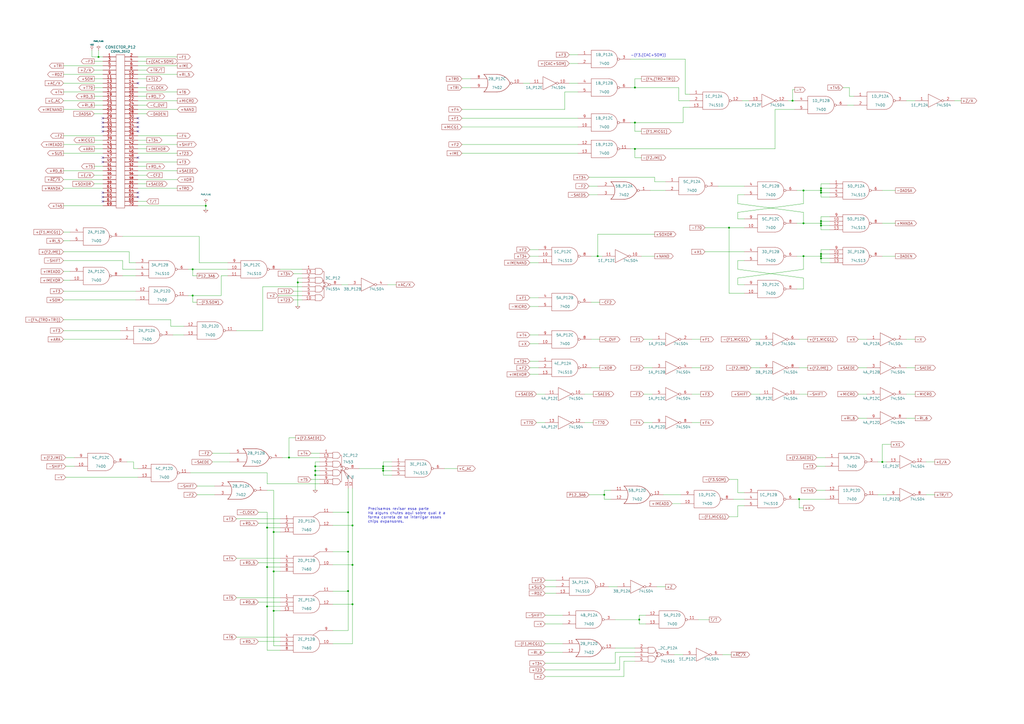
<source format=kicad_sch>
(kicad_sch (version 20250114) (generator "eeschema") (generator_version "9.0")
  (paper "A2")
  (title_block (date "2 aug 2016"))
  (text "-(F3.(CAC+SOM))" (at 365.76 33.02 0) (effects (font (size 1.524 1.524)) (justify left bottom)))
  (text "Precisamos revisar essa parte\nHá alguns chutes aqui sobre qual é a\nforma correta de se interligar esses\nchips expansores." (at 213.36 303.53 0) (effects (font (size 1.524 1.524)) (justify left bottom)))
  (junction (at 204.47 304.8))
  (junction (at 422.91 132.08))
  (junction (at 476.25 147.32))
  (junction (at 201.93 342.9))
  (junction (at 368.3 71.12))
  (junction (at 182.88 270.51))
  (junction (at 350.52 287.02))
  (junction (at 172.72 163.83))
  (junction (at 204.47 350.52))
  (junction (at 167.64 265.43))
  (junction (at 368.3 50.8))
  (junction (at 154.94 351.79))
  (junction (at 466.09 129.54))
  (junction (at 154.94 328.93))
  (junction (at 158.75 331.47))
  (junction (at 154.94 306.07))
  (junction (at 222.25 271.78))
  (junction (at 201.93 320.04))
  (junction (at 476.25 149.86))
  (junction (at 466.09 110.49))
  (junction (at 476.25 148.59))
  (junction (at 57.15 33.02))
  (junction (at 204.47 327.66))
  (junction (at 201.93 297.18))
  (junction (at 222.25 270.51))
  (junction (at 511.81 267.97))
  (junction (at 119.38 119.38))
  (junction (at 476.25 129.54))
  (junction (at 463.55 289.56))
  (junction (at 111.76 171.45))
  (junction (at 182.88 275.59))
  (junction (at 476.25 128.27))
  (junction (at 476.25 110.49))
  (junction (at 466.09 148.59))
  (junction (at 476.25 109.22))
  (junction (at 459.74 58.42))
  (junction (at 182.88 273.05))
  (junction (at 476.25 111.76))
  (junction (at 370.84 359.41))
  (junction (at 346.71 148.59))
  (junction (at 158.75 354.33))
  (junction (at 158.75 308.61))
  (junction (at 476.25 130.81))
  (junction (at 222.25 273.05))
  (junction (at 368.3 86.36))
  (junction (at 111.76 156.21))
  (no_connect (at 59.69 114.3))
  (no_connect (at 80.01 68.58))
  (no_connect (at 80.01 73.66))
  (no_connect (at 59.69 68.58))
  (no_connect (at 59.69 91.44))
  (no_connect (at 59.69 111.76))
  (no_connect (at 80.01 76.2))
  (no_connect (at 80.01 48.26))
  (no_connect (at 80.01 111.76))
  (no_connect (at 59.69 93.98))
  (no_connect (at 80.01 91.44))
  (no_connect (at 59.69 76.2))
  (no_connect (at 59.69 73.66))
  (no_connect (at 80.01 71.12))
  (no_connect (at 59.69 71.12))
  (no_connect (at 80.01 114.3))
  (no_connect (at 59.69 116.84))
  (wire (pts (xy 346.71 135.89) (xy 346.71 148.59)))
  (wire (pts (xy 353.06 340.36) (xy 358.14 340.36)))
  (wire (pts (xy 346.71 107.95) (xy 341.63 107.95)))
  (wire (pts (xy 167.64 254) (xy 167.64 265.43)))
  (wire (pts (xy 303.53 48.26) (xy 307.34 48.26)))
  (wire (pts (xy 476.25 128.27) (xy 476.25 129.54)))
  (wire (pts (xy 374.65 356.87) (xy 370.84 356.87)))
  (wire (pts (xy 422.91 299.72) (xy 427.99 299.72)))
  (wire (pts (xy 222.25 267.97) (xy 222.25 270.51)))
  (wire (pts (xy 379.73 105.41) (xy 386.08 105.41)))
  (wire (pts (xy 149.86 326.39) (xy 162.56 326.39)))
  (wire (pts (xy 459.74 58.42) (xy 459.74 52.07)))
  (wire (pts (xy 38.1 270.51) (xy 43.18 270.51)))
  (wire (pts (xy 128.27 171.45) (xy 128.27 160.02)))
  (wire (pts (xy 434.34 58.42) (xy 430.53 58.42)))
  (wire (pts (xy 102.87 38.1) (xy 80.01 38.1)))
  (wire (pts (xy 509.27 267.97) (xy 511.81 267.97)))
  (wire (pts (xy 427.99 118.11) (xy 466.09 123.19)))
  (wire (pts (xy 466.09 167.64) (xy 466.09 161.29)))
  (wire (pts (xy 316.23 388.62) (xy 359.41 388.62)))
  (wire (pts (xy 154.94 328.93) (xy 162.56 328.93)))
  (wire (pts (xy 476.25 111.76) (xy 476.25 114.3)))
  (wire (pts (xy 427.99 127) (xy 431.8 127)))
  (wire (pts (xy 408.94 146.05) (xy 431.8 146.05)))
  (wire (pts (xy 476.25 147.32) (xy 476.25 148.59)))
  (wire (pts (xy 36.83 38.1) (xy 59.69 38.1)))
  (wire (pts (xy 481.33 125.73) (xy 476.25 125.73)))
  (wire (pts (xy 114.3 281.94) (xy 124.46 281.94)))
  (wire (pts (xy 530.86 213.36) (xy 525.78 213.36)))
  (wire (pts (xy 476.25 109.22) (xy 481.33 109.22)))
  (wire (pts (xy 350.52 284.48) (xy 350.52 287.02)))
  (wire (pts (xy 152.4 166.37) (xy 152.4 191.77)))
  (wire (pts (xy 378.46 213.36) (xy 373.38 213.36)))
  (wire (pts (xy 182.88 273.05) (xy 182.88 275.59)))
  (wire (pts (xy 57.15 29.21) (xy 57.15 33.02)))
  (wire (pts (xy 114.3 160.02) (xy 111.76 160.02)))
  (wire (pts (xy 406.4 196.85) (xy 401.32 196.85)))
  (wire (pts (xy 154.94 284.48) (xy 158.75 284.48)))
  (wire (pts (xy 356.87 384.81) (xy 356.87 378.46)))
  (wire (pts (xy 488.95 50.8) (xy 492.76 50.8)))
  (wire (pts (xy 370.84 361.95) (xy 374.65 361.95)))
  (wire (pts (xy 99.06 185.42) (xy 99.06 189.23)))
  (wire (pts (xy 59.69 101.6) (xy 54.61 101.6)))
  (wire (pts (xy 370.84 359.41) (xy 370.84 361.95)))
  (wire (pts (xy 316.23 392.43) (xy 361.95 392.43)))
  (wire (pts (xy 312.42 213.36) (xy 307.34 213.36)))
  (wire (pts (xy 158.75 374.65) (xy 162.56 374.65)))
  (wire (pts (xy 511.81 267.97) (xy 514.35 267.97)))
  (wire (pts (xy 115.57 137.16) (xy 115.57 152.4)))
  (wire (pts (xy 54.61 55.88) (xy 59.69 55.88)))
  (wire (pts (xy 36.83 63.5) (xy 59.69 63.5)))
  (wire (pts (xy 491.49 60.96) (xy 495.3 60.96)))
  (wire (pts (xy 335.28 36.83) (xy 330.2 36.83)))
  (wire (pts (xy 102.87 33.02) (xy 80.01 33.02)))
  (wire (pts (xy 478.79 265.43) (xy 473.71 265.43)))
  (wire (pts (xy 312.42 217.17) (xy 307.34 217.17)))
  (wire (pts (xy 476.25 109.22) (xy 476.25 110.49)))
  (wire (pts (xy 397.51 34.29) (xy 397.51 54.61)))
  (wire (pts (xy 36.83 168.91) (xy 78.74 168.91)))
  (wire (pts (xy 204.47 373.38) (xy 193.04 373.38)))
  (wire (pts (xy 502.92 242.57) (xy 497.84 242.57)))
  (wire (pts (xy 54.61 86.36) (xy 59.69 86.36)))
  (wire (pts (xy 378.46 245.11) (xy 373.38 245.11)))
  (wire (pts (xy 350.52 287.02) (xy 350.52 289.56)))
  (wire (pts (xy 111.76 171.45) (xy 128.27 171.45)))
  (wire (pts (xy 193.04 304.8) (xy 204.47 304.8)))
  (wire (pts (xy 393.7 58.42) (xy 400.05 58.42)))
  (wire (pts (xy 36.83 58.42) (xy 59.69 58.42)))
  (wire (pts (xy 368.3 76.2) (xy 368.3 71.12)))
  (wire (pts (xy 78.74 152.4) (xy 74.93 152.4)))
  (wire (pts (xy 74.93 152.4) (xy 74.93 146.05)))
  (wire (pts (xy 133.35 267.97) (xy 123.19 267.97)))
  (wire (pts (xy 85.09 81.28) (xy 80.01 81.28)))
  (wire (pts (xy 222.25 271.78) (xy 208.28 271.78)))
  (wire (pts (xy 347.98 175.26) (xy 342.9 175.26)))
  (wire (pts (xy 476.25 148.59) (xy 466.09 148.59)))
  (wire (pts (xy 102.87 104.14) (xy 80.01 104.14)))
  (wire (pts (xy 267.97 73.66) (xy 335.28 73.66)))
  (wire (pts (xy 201.93 342.9) (xy 193.04 342.9)))
  (wire (pts (xy 85.09 45.72) (xy 80.01 45.72)))
  (wire (pts (xy 312.42 177.8) (xy 307.34 177.8)))
  (wire (pts (xy 267.97 88.9) (xy 335.28 88.9)))
  (wire (pts (xy 265.43 271.78) (xy 257.81 271.78)))
  (wire (pts (xy 36.83 48.26) (xy 59.69 48.26)))
  (wire (pts (xy 368.3 91.44) (xy 372.11 91.44)))
  (wire (pts (xy 77.47 271.78) (xy 80.01 271.78)))
  (wire (pts (xy 36.83 151.13) (xy 71.12 151.13)))
  (wire (pts (xy 102.87 93.98) (xy 80.01 93.98)))
  (wire (pts (xy 466.09 110.49) (xy 462.28 110.49)))
  (wire (pts (xy 124.46 287.02) (xy 114.3 287.02)))
  (wire (pts (xy 468.63 196.85) (xy 463.55 196.85)))
  (wire (pts (xy 372.11 76.2) (xy 368.3 76.2)))
  (wire (pts (xy 102.87 88.9) (xy 80.01 88.9)))
  (wire (pts (xy 378.46 228.6) (xy 373.38 228.6)))
  (wire (pts (xy 100.33 194.31) (xy 106.68 194.31)))
  (wire (pts (xy 85.09 55.88) (xy 80.01 55.88)))
  (wire (pts (xy 468.63 228.6) (xy 463.55 228.6)))
  (wire (pts (xy 85.09 40.64) (xy 80.01 40.64)))
  (wire (pts (xy 427.99 113.03) (xy 427.99 118.11)))
  (wire (pts (xy 516.89 257.81) (xy 511.81 257.81)))
  (wire (pts (xy 427.99 161.29) (xy 427.99 165.1)))
  (wire (pts (xy 162.56 323.85) (xy 137.16 323.85)))
  (wire (pts (xy 476.25 149.86) (xy 476.25 152.4)))
  (wire (pts (xy 481.33 149.86) (xy 476.25 149.86)))
  (wire (pts (xy 344.17 228.6) (xy 339.09 228.6)))
  (wire (pts (xy 384.81 287.02) (xy 394.97 287.02)))
  (wire (pts (xy 312.42 209.55) (xy 307.34 209.55)))
  (wire (pts (xy 427.99 299.72) (xy 427.99 293.37)))
  (wire (pts (xy 327.66 63.5) (xy 327.66 53.34)))
  (wire (pts (xy 149.86 372.11) (xy 162.56 372.11)))
  (wire (pts (xy 502.92 228.6) (xy 497.84 228.6)))
  (wire (pts (xy 154.94 306.07) (xy 154.94 328.93)))
  (wire (pts (xy 193.04 350.52) (xy 204.47 350.52)))
  (wire (pts (xy 267.97 63.5) (xy 327.66 63.5)))
  (wire (pts (xy 478.79 284.48) (xy 473.71 284.48)))
  (wire (pts (xy 158.75 308.61) (xy 158.75 331.47)))
  (wire (pts (xy 229.87 165.1) (xy 224.79 165.1)))
  (wire (pts (xy 111.76 160.02) (xy 111.76 156.21)))
  (wire (pts (xy 154.94 297.18) (xy 154.94 306.07)))
  (wire (pts (xy 326.39 378.46) (xy 316.23 378.46)))
  (wire (pts (xy 368.3 381) (xy 359.41 381)))
  (wire (pts (xy 354.33 284.48) (xy 350.52 284.48)))
  (wire (pts (xy 502.92 213.36) (xy 497.84 213.36)))
  (wire (pts (xy 476.25 129.54) (xy 466.09 129.54)))
  (wire (pts (xy 502.92 196.85) (xy 497.84 196.85)))
  (wire (pts (xy 102.87 58.42) (xy 80.01 58.42)))
  (wire (pts (xy 172.72 163.83) (xy 175.26 163.83)))
  (wire (pts (xy 316.23 245.11) (xy 311.15 245.11)))
  (wire (pts (xy 440.69 196.85) (xy 435.61 196.85)))
  (wire (pts (xy 78.74 173.99) (xy 36.83 173.99)))
  (wire (pts (xy 36.83 53.34) (xy 59.69 53.34)))
  (wire (pts (xy 36.83 109.22) (xy 59.69 109.22)))
  (wire (pts (xy 182.88 270.51) (xy 182.88 273.05)))
  (wire (pts (xy 85.09 60.96) (xy 80.01 60.96)))
  (wire (pts (xy 476.25 129.54) (xy 476.25 130.81)))
  (wire (pts (xy 431.8 151.13) (xy 427.99 151.13)))
  (wire (pts (xy 158.75 284.48) (xy 158.75 308.61)))
  (wire (pts (xy 466.09 148.59) (xy 462.28 148.59)))
  (wire (pts (xy 386.08 110.49) (xy 377.19 110.49)))
  (wire (pts (xy 478.79 270.51) (xy 473.71 270.51)))
  (wire (pts (xy 193.04 297.18) (xy 201.93 297.18)))
  (wire (pts (xy 347.98 213.36) (xy 342.9 213.36)))
  (wire (pts (xy 40.64 139.7) (xy 36.83 139.7)))
  (wire (pts (xy 102.87 53.34) (xy 80.01 53.34)))
  (wire (pts (xy 111.76 175.26) (xy 111.76 171.45)))
  (wire (pts (xy 54.61 81.28) (xy 59.69 81.28)))
  (wire (pts (xy 427.99 156.21) (xy 466.09 161.29)))
  (wire (pts (xy 466.09 118.11) (xy 427.99 123.19)))
  (wire (pts (xy 468.63 213.36) (xy 463.55 213.36)))
  (wire (pts (xy 182.88 267.97) (xy 185.42 267.97)))
  (wire (pts (xy 462.28 289.56) (xy 463.55 289.56)))
  (wire (pts (xy 481.33 111.76) (xy 476.25 111.76)))
  (wire (pts (xy 102.87 109.22) (xy 80.01 109.22)))
  (wire (pts (xy 476.25 144.78) (xy 476.25 147.32)))
  (wire (pts (xy 161.29 171.45) (xy 175.26 171.45)))
  (wire (pts (xy 36.83 146.05) (xy 74.93 146.05)))
  (wire (pts (xy 182.88 267.97) (xy 182.88 270.51)))
  (wire (pts (xy 222.25 275.59) (xy 227.33 275.59)))
  (wire (pts (xy 158.75 331.47) (xy 158.75 354.33)))
  (wire (pts (xy 222.25 270.51) (xy 222.25 271.78)))
  (wire (pts (xy 422.91 170.18) (xy 431.8 170.18)))
  (wire (pts (xy 379.73 102.87) (xy 379.73 105.41)))
  (wire (pts (xy 119.38 119.38) (xy 80.01 119.38)))
  (wire (pts (xy 476.25 147.32) (xy 481.33 147.32)))
  (wire (pts (xy 466.09 148.59) (xy 466.09 156.21)))
  (wire (pts (xy 463.55 289.56) (xy 478.79 289.56)))
  (wire (pts (xy 170.18 173.99) (xy 175.26 173.99)))
  (wire (pts (xy 185.42 262.89) (xy 180.34 262.89)))
  (wire (pts (xy 481.33 130.81) (xy 476.25 130.81)))
  (wire (pts (xy 530.86 196.85) (xy 525.78 196.85)))
  (wire (pts (xy 201.93 365.76) (xy 193.04 365.76)))
  (wire (pts (xy 36.83 83.82) (xy 59.69 83.82)))
  (wire (pts (xy 201.93 283.21) (xy 201.93 297.18)))
  (wire (pts (xy 361.95 383.54) (xy 368.3 383.54)))
  (wire (pts (xy 170.18 168.91) (xy 175.26 168.91)))
  (wire (pts (xy 411.48 359.41) (xy 405.13 359.41)))
  (wire (pts (xy 368.3 86.36) (xy 368.3 91.44)))
  (wire (pts (xy 476.25 128.27) (xy 481.33 128.27)))
  (wire (pts (xy 201.93 297.18) (xy 201.93 320.04)))
  (wire (pts (xy 431.8 113.03) (xy 427.99 113.03)))
  (wire (pts (xy 40.64 162.56) (xy 36.83 162.56)))
  (wire (pts (xy 368.3 86.36) (xy 449.58 86.36)))
  (wire (pts (xy 175.26 161.29) (xy 172.72 161.29)))
  (wire (pts (xy 36.83 78.74) (xy 59.69 78.74)))
  (wire (pts (xy 204.47 283.21) (xy 204.47 304.8)))
  (wire (pts (xy 316.23 356.87) (xy 326.39 356.87)))
  (wire (pts (xy 71.12 137.16) (xy 115.57 137.16)))
  (wire (pts (xy 204.47 304.8) (xy 204.47 327.66)))
  (wire (pts (xy 36.83 43.18) (xy 59.69 43.18)))
  (wire (pts (xy 476.25 148.59) (xy 476.25 149.86)))
  (wire (pts (xy 466.09 123.19) (xy 466.09 129.54)))
  (wire (pts (xy 466.09 129.54) (xy 462.28 129.54)))
  (wire (pts (xy 530.86 58.42) (xy 525.78 58.42)))
  (wire (pts (xy 365.76 34.29) (xy 397.51 34.29)))
  (wire (pts (xy 193.04 327.66) (xy 204.47 327.66)))
  (wire (pts (xy 201.93 320.04) (xy 201.93 342.9)))
  (wire (pts (xy 422.91 132.08) (xy 422.91 170.18)))
  (wire (pts (xy 359.41 381) (xy 359.41 388.62)))
  (wire (pts (xy 267.97 68.58) (xy 335.28 68.58)))
  (wire (pts (xy 69.85 196.85) (xy 36.83 196.85)))
  (wire (pts (xy 476.25 106.68) (xy 476.25 109.22)))
  (wire (pts (xy 201.93 342.9) (xy 201.93 365.76)))
  (wire (pts (xy 427.99 285.75) (xy 431.8 285.75)))
  (wire (pts (xy 154.94 351.79) (xy 162.56 351.79)))
  (wire (pts (xy 267.97 83.82) (xy 335.28 83.82)))
  (wire (pts (xy 57.15 33.02) (xy 59.69 33.02)))
  (wire (pts (xy 459.74 52.07) (xy 461.01 52.07)))
  (wire (pts (xy 171.45 254) (xy 167.64 254)))
  (wire (pts (xy 154.94 274.32) (xy 110.49 274.32)))
  (wire (pts (xy 172.72 161.29) (xy 172.72 163.83)))
  (wire (pts (xy 85.09 101.6) (xy 80.01 101.6)))
  (wire (pts (xy 427.99 165.1) (xy 431.8 165.1)))
  (wire (pts (xy 530.86 228.6) (xy 525.78 228.6)))
  (wire (pts (xy 481.33 106.68) (xy 476.25 106.68)))
  (wire (pts (xy 273.05 45.72) (xy 267.97 45.72)))
  (wire (pts (xy 175.26 156.21) (xy 162.56 156.21)))
  (wire (pts (xy 365.76 50.8) (xy 368.3 50.8)))
  (wire (pts (xy 356.87 378.46) (xy 368.3 378.46)))
  (wire (pts (xy 185.42 280.67) (xy 154.94 280.67)))
  (wire (pts (xy 326.39 361.95) (xy 316.23 361.95)))
  (wire (pts (xy 397.51 54.61) (xy 400.05 54.61)))
  (wire (pts (xy 440.69 213.36) (xy 435.61 213.36)))
  (wire (pts (xy 36.83 119.38) (xy 59.69 119.38)))
  (wire (pts (xy 476.25 110.49) (xy 476.25 111.76)))
  (wire (pts (xy 335.28 48.26) (xy 330.2 48.26)))
  (wire (pts (xy 481.33 144.78) (xy 476.25 144.78)))
  (wire (pts (xy 109.22 156.21) (xy 111.76 156.21)))
  (wire (pts (xy 492.76 50.8) (xy 492.76 55.88)))
  (wire (pts (xy 368.3 375.92) (xy 356.87 375.92)))
  (wire (pts (xy 322.58 336.55) (xy 316.23 336.55)))
  (wire (pts (xy 344.17 245.11) (xy 339.09 245.11)))
  (wire (pts (xy 431.8 107.95) (xy 416.56 107.95)))
  (wire (pts (xy 509.27 287.02) (xy 514.35 287.02)))
  (wire (pts (xy 372.11 148.59) (xy 379.73 148.59)))
  (wire (pts (xy 396.24 71.12) (xy 396.24 62.23)))
  (wire (pts (xy 379.73 135.89) (xy 346.71 135.89)))
  (wire (pts (xy 185.42 270.51) (xy 182.88 270.51)))
  (wire (pts (xy 316.23 373.38) (xy 326.39 373.38)))
  (wire (pts (xy 154.94 328.93) (xy 154.94 351.79)))
  (wire (pts (xy 466.09 156.21) (xy 427.99 161.29)))
  (wire (pts (xy 462.28 167.64) (xy 466.09 167.64)))
  (wire (pts (xy 222.25 271.78) (xy 222.25 273.05)))
  (wire (pts (xy 519.43 148.59) (xy 511.81 148.59)))
  (wire (pts (xy 511.81 257.81) (xy 511.81 267.97)))
  (wire (pts (xy 312.42 172.72) (xy 307.34 172.72)))
  (wire (pts (xy 54.61 60.96) (xy 59.69 60.96)))
  (wire (pts (xy 406.4 245.11) (xy 401.32 245.11)))
  (wire (pts (xy 492.76 55.88) (xy 495.3 55.88)))
  (wire (pts (xy 386.08 340.36) (xy 381 340.36)))
  (wire (pts (xy 111.76 156.21) (xy 132.08 156.21)))
  (wire (pts (xy 36.83 185.42) (xy 99.06 185.42)))
  (wire (pts (xy 370.84 356.87) (xy 370.84 359.41)))
  (wire (pts (xy 457.2 58.42) (xy 459.74 58.42)))
  (wire (pts (xy 427.99 123.19) (xy 427.99 127)))
  (wire (pts (xy 59.69 106.68) (xy 54.61 106.68)))
  (wire (pts (xy 346.71 148.59) (xy 349.25 148.59)))
  (wire (pts (xy 408.94 132.08) (xy 422.91 132.08)))
  (wire (pts (xy 396.24 379.73) (xy 391.16 379.73)))
  (wire (pts (xy 102.87 78.74) (xy 80.01 78.74)))
  (wire (pts (xy 172.72 163.83) (xy 172.72 177.8)))
  (wire (pts (xy 128.27 160.02) (xy 132.08 160.02)))
  (wire (pts (xy 476.25 130.81) (xy 476.25 133.35)))
  (wire (pts (xy 149.86 297.18) (xy 154.94 297.18)))
  (wire (pts (xy 427.99 151.13) (xy 427.99 156.21)))
  (wire (pts (xy 170.18 158.75) (xy 175.26 158.75)))
  (wire (pts (xy 158.75 308.61) (xy 162.56 308.61)))
  (wire (pts (xy 109.22 171.45) (xy 111.76 171.45)))
  (wire (pts (xy 162.56 369.57) (xy 137.16 369.57)))
  (wire (pts (xy 406.4 213.36) (xy 401.32 213.36)))
  (wire (pts (xy 312.42 152.4) (xy 307.34 152.4)))
  (wire (pts (xy 54.61 50.8) (xy 59.69 50.8)))
  (wire (pts (xy 378.46 196.85) (xy 373.38 196.85)))
  (wire (pts (xy 346.71 113.03) (xy 341.63 113.03)))
  (wire (pts (xy 158.75 354.33) (xy 158.75 374.65)))
  (wire (pts (xy 368.3 50.8) (xy 393.7 50.8)))
  (wire (pts (xy 36.83 88.9) (xy 59.69 88.9)))
  (wire (pts (xy 85.09 50.8) (xy 80.01 50.8)))
  (wire (pts (xy 115.57 152.4) (xy 132.08 152.4)))
  (wire (pts (xy 476.25 114.3) (xy 481.33 114.3)))
  (wire (pts (xy 463.55 289.56) (xy 463.55 294.64)))
  (wire (pts (xy 182.88 273.05) (xy 185.42 273.05)))
  (wire (pts (xy 316.23 228.6) (xy 311.15 228.6)))
  (wire (pts (xy 119.38 119.38) (xy 119.38 121.92)))
  (wire (pts (xy 406.4 228.6) (xy 401.32 228.6)))
  (wire (pts (xy 152.4 191.77) (xy 137.16 191.77)))
  (wire (pts (xy 102.87 99.06) (xy 80.01 99.06)))
  (wire (pts (xy 71.12 156.21) (xy 78.74 156.21)))
  (wire (pts (xy 53.34 33.02) (xy 57.15 33.02)))
  (wire (pts (xy 341.63 287.02) (xy 350.52 287.02)))
  (wire (pts (xy 361.95 392.43) (xy 361.95 383.54)))
  (wire (pts (xy 119.38 118.11) (xy 119.38 119.38)))
  (wire (pts (xy 36.83 157.48) (xy 40.64 157.48)))
  (wire (pts (xy 54.61 45.72) (xy 59.69 45.72)))
  (wire (pts (xy 102.87 83.82) (xy 80.01 83.82)))
  (wire (pts (xy 54.61 40.64) (xy 59.69 40.64)))
  (wire (pts (xy 85.09 116.84) (xy 80.01 116.84)))
  (wire (pts (xy 36.83 99.06) (xy 59.69 99.06)))
  (wire (pts (xy 99.06 189.23) (xy 106.68 189.23)))
  (wire (pts (xy 400.05 62.23) (xy 396.24 62.23)))
  (wire (pts (xy 312.42 199.39) (xy 307.34 199.39)))
  (wire (pts (xy 316.23 340.36) (xy 322.58 340.36)))
  (wire (pts (xy 542.29 287.02) (xy 537.21 287.02)))
  (wire (pts (xy 424.18 379.73) (xy 419.1 379.73)))
  (wire (pts (xy 519.43 110.49) (xy 511.81 110.49)))
  (wire (pts (xy 342.9 148.59) (xy 346.71 148.59)))
  (wire (pts (xy 422.91 132.08) (xy 431.8 132.08)))
  (wire (pts (xy 102.87 43.18) (xy 80.01 43.18)))
  (wire (pts (xy 154.94 306.07) (xy 162.56 306.07)))
  (wire (pts (xy 162.56 300.99) (xy 137.16 300.99)))
  (wire (pts (xy 350.52 289.56) (xy 354.33 289.56)))
  (wire (pts (xy 557.53 58.42) (xy 553.72 58.42)))
  (wire (pts (xy 365.76 86.36) (xy 368.3 86.36)))
  (wire (pts (xy 158.75 331.47) (xy 162.56 331.47)))
  (wire (pts (xy 154.94 377.19) (xy 162.56 377.19)))
  (wire (pts (xy 167.64 265.43) (xy 185.42 265.43)))
  (wire (pts (xy 463.55 294.64) (xy 466.09 294.64)))
  (wire (pts (xy 38.1 276.86) (xy 80.01 276.86)))
  (wire (pts (xy 77.47 267.97) (xy 77.47 271.78)))
  (wire (pts (xy 449.58 86.36) (xy 449.58 63.5)))
  (wire (pts (xy 71.12 160.02) (xy 78.74 160.02)))
  (wire (pts (xy 175.26 166.37) (xy 152.4 166.37)))
  (wire (pts (xy 102.87 63.5) (xy 80.01 63.5)))
  (wire (pts (xy 466.09 110.49) (xy 466.09 118.11)))
  (wire (pts (xy 368.3 71.12) (xy 396.24 71.12)))
  (wire (pts (xy 149.86 303.53) (xy 162.56 303.53)))
  (wire (pts (xy 530.86 242.57) (xy 525.78 242.57)))
  (wire (pts (xy 227.33 273.05) (xy 222.25 273.05)))
  (wire (pts (xy 73.66 267.97) (xy 77.47 267.97)))
  (wire (pts (xy 427.99 293.37) (xy 431.8 293.37)))
  (wire (pts (xy 449.58 63.5) (xy 461.01 63.5)))
  (wire (pts (xy 114.3 175.26) (xy 111.76 175.26)))
  (wire (pts (xy 204.47 327.66) (xy 204.47 350.52)))
  (wire (pts (xy 85.09 96.52) (xy 80.01 96.52)))
  (wire (pts (xy 36.83 104.14) (xy 59.69 104.14)))
  (wire (pts (xy 85.09 86.36) (xy 80.01 86.36)))
  (wire (pts (xy 365.76 71.12) (xy 368.3 71.12)))
  (wire (pts (xy 273.05 50.8) (xy 267.97 50.8)))
  (wire (pts (xy 71.12 151.13) (xy 71.12 156.21)))
  (wire (pts (xy 154.94 351.79) (xy 154.94 377.19)))
  (wire (pts (xy 440.69 228.6) (xy 435.61 228.6)))
  (wire (pts (xy 476.25 152.4) (xy 481.33 152.4)))
  (wire (pts (xy 327.66 53.34) (xy 335.28 53.34)))
  (wire (pts (xy 154.94 280.67) (xy 154.94 274.32)))
  (wire (pts (xy 201.93 320.04) (xy 193.04 320.04)))
  (wire (pts (xy 149.86 349.25) (xy 162.56 349.25)))
  (wire (pts (xy 185.42 275.59) (xy 182.88 275.59)))
  (wire (pts (xy 54.61 96.52) (xy 59.69 96.52)))
  (wire (pts (xy 322.58 344.17) (xy 316.23 344.17)))
  (wire (pts (xy 393.7 50.8) (xy 393.7 58.42)))
  (wire (pts (xy 222.25 273.05) (xy 222.25 275.59)))
  (wire (pts (xy 182.88 275.59) (xy 182.88 284.48)))
  (wire (pts (xy 476.25 125.73) (xy 476.25 128.27)))
  (wire (pts (xy 427.99 278.13) (xy 427.99 285.75)))
  (wire (pts (xy 312.42 148.59) (xy 307.34 148.59)))
  (wire (pts (xy 316.23 384.81) (xy 356.87 384.81)))
  (wire (pts (xy 43.18 265.43) (xy 38.1 265.43)))
  (wire (pts (xy 201.93 165.1) (xy 198.12 165.1)))
  (wire (pts (xy 36.83 134.62) (xy 40.64 134.62)))
  (wire (pts (xy 347.98 196.85) (xy 342.9 196.85)))
  (wire (pts (xy 312.42 144.78) (xy 307.34 144.78)))
  (wire (pts (xy 123.19 262.89) (xy 133.35 262.89)))
  (wire (pts (xy 85.09 66.04) (xy 80.01 66.04)))
  (wire (pts (xy 335.28 31.75) (xy 330.2 31.75)))
  (wire (pts (xy 476.25 110.49) (xy 466.09 110.49)))
  (wire (pts (xy 394.97 292.1) (xy 389.89 292.1)))
  (wire (pts (xy 459.74 58.42) (xy 461.01 58.42)))
  (wire (pts (xy 53.34 33.02) (xy 53.34 29.21)))
  (wire (pts (xy 222.25 270.51) (xy 227.33 270.51)))
  (wire (pts (xy 227.33 267.97) (xy 222.25 267.97)))
  (wire (pts (xy 312.42 194.31) (xy 307.34 194.31)))
  (wire (pts (xy 422.91 278.13) (xy 427.99 278.13)))
  (wire (pts (xy 163.83 265.43) (xy 167.64 265.43)))
  (wire (pts (xy 85.09 106.68) (xy 80.01 106.68)))
  (wire (pts (xy 180.34 278.13) (xy 185.42 278.13)))
  (wire (pts (xy 204.47 350.52) (xy 204.47 373.38)))
  (wire (pts (xy 372.11 45.72) (xy 368.3 45.72)))
  (wire (pts (xy 368.3 45.72) (xy 368.3 50.8)))
  (wire (pts (xy 36.83 191.77) (xy 69.85 191.77)))
  (wire (pts (xy 54.61 35.56) (xy 59.69 35.56)))
  (wire (pts (xy 162.56 346.71) (xy 137.16 346.71)))
  (wire (pts (xy 476.25 133.35) (xy 481.33 133.35)))
  (wire (pts (xy 519.43 129.54) (xy 511.81 129.54)))
  (wire (pts (xy 158.75 354.33) (xy 162.56 354.33)))
  (wire (pts (xy 54.61 66.04) (xy 59.69 66.04)))
  (wire (pts (xy 85.09 35.56) (xy 80.01 35.56)))
  (wire (pts (xy 341.63 102.87) (xy 379.73 102.87)))
  (wire (pts (xy 425.45 289.56) (xy 431.8 289.56)))
  (wire (pts (xy 542.29 267.97) (xy 537.21 267.97)))
  (wire (pts (xy 370.84 359.41) (xy 356.87 359.41)))
  (global_label "+SOM" (shape output) (at 54.61 45.72 180) (effects (font (size 1.524 1.524))) (property "Intersheetrefs" "${INTERSHEET_REFS}" (effects (hide yes))))
  (global_label "+F3" (shape input) (at 36.83 191.77 180) (effects (font (size 1.524 1.524))) (property "Intersheetrefs" "${INTERSHEET_REFS}" (effects (hide yes))))
  (global_label "+SHIFT" (shape output) (at 102.87 83.82 0) (effects (font (size 1.524 1.524))) (property "Intersheetrefs" "${INTERSHEET_REFS}" (effects (hide yes))))
  (global_label "+T3" (shape input) (at 137.16 300.99 180) (effects (font (size 1.524 1.524))) (property "Intersheetrefs" "${INTERSHEET_REFS}" (effects (hide yes))))
  (global_label "+NAND" (shape input) (at 102.87 63.5 0) (effects (font (size 1.524 1.524))) (property "Intersheetrefs" "${INTERSHEET_REFS}" (effects (hide yes))))
  (global_label "+TRO" (shape output) (at 102.87 109.22 0) (effects (font (size 1.524 1.524))) (property "Intersheetrefs" "${INTERSHEET_REFS}" (effects (hide yes))))
  (global_label "-CF2" (shape input) (at 85.09 101.6 0) (effects (font (size 1.524 1.524))) (property "Intersheetrefs" "${INTERSHEET_REFS}" (effects (hide yes))))
  (global_label "+T45" (shape input) (at 473.71 284.48 180) (effects (font (size 1.524 1.524))) (property "Intersheetrefs" "${INTERSHEET_REFS}" (effects (hide yes))))
  (global_label "-(F3.SOM)" (shape output) (at 114.3 175.26 0) (effects (font (size 1.524 1.524))) (property "Intersheetrefs" "${INTERSHEET_REFS}" (effects (hide yes))))
  (global_label "-(F1.MICG1)" (shape input) (at 316.23 373.38 180) (effects (font (size 1.524 1.524))) (property "Intersheetrefs" "${INTERSHEET_REFS}" (effects (hide yes))))
  (global_label "-T70" (shape input) (at 408.94 132.08 180) (effects (font (size 1.524 1.524))) (property "Intersheetrefs" "${INTERSHEET_REFS}" (effects (hide yes))))
  (global_label "+RD_7" (shape output) (at 85.09 55.88 0) (effects (font (size 1.524 1.524))) (property "Intersheetrefs" "${INTERSHEET_REFS}" (effects (hide yes))))
  (global_label "+F1" (shape input) (at 307.34 172.72 180) (effects (font (size 1.524 1.524))) (property "Intersheetrefs" "${INTERSHEET_REFS}" (effects (hide yes))))
  (global_label "-(F1.MICG1)" (shape output) (at 372.11 76.2 0) (effects (font (size 1.524 1.524))) (property "Intersheetrefs" "${INTERSHEET_REFS}" (effects (hide yes))))
  (global_label "+(F2.IME)" (shape input) (at 36.83 146.05 180) (effects (font (size 1.524 1.524))) (property "Intersheetrefs" "${INTERSHEET_REFS}" (effects (hide yes))))
  (global_label "+IMEXOR" (shape input) (at 36.83 162.56 180) (effects (font (size 1.524 1.524))) (property "Intersheetrefs" "${INTERSHEET_REFS}" (effects (hide yes))))
  (global_label "+RI_5" (shape input) (at 36.83 139.7 180) (effects (font (size 1.524 1.524))) (property "Intersheetrefs" "${INTERSHEET_REFS}" (effects (hide yes))))
  (global_label "+T70" (shape input) (at 311.15 245.11 180) (effects (font (size 1.524 1.524))) (property "Intersheetrefs" "${INTERSHEET_REFS}" (effects (hide yes))))
  (global_label "+X1" (shape input) (at 408.94 146.05 180) (effects (font (size 1.524 1.524))) (property "Intersheetrefs" "${INTERSHEET_REFS}" (effects (hide yes))))
  (global_label "-(F1.MICG1)" (shape input) (at 422.91 299.72 180) (effects (font (size 1.524 1.524))) (property "Intersheetrefs" "${INTERSHEET_REFS}" (effects (hide yes))))
  (global_label "+RI_6" (shape input) (at 497.84 242.57 180) (effects (font (size 1.524 1.524))) (property "Intersheetrefs" "${INTERSHEET_REFS}" (effects (hide yes))))
  (global_label "-DADSA" (shape output) (at 519.43 110.49 0) (effects (font (size 1.524 1.524))) (property "Intersheetrefs" "${INTERSHEET_REFS}" (effects (hide yes))))
  (global_label "-CLOCK" (shape input) (at 149.86 297.18 180) (effects (font (size 1.524 1.524))) (property "Intersheetrefs" "${INTERSHEET_REFS}" (effects (hide yes))))
  (global_label "+(CAC+SOM)" (shape output) (at 85.09 35.56 0) (effects (font (size 1.524 1.524))) (property "Intersheetrefs" "${INTERSHEET_REFS}" (effects (hide yes))))
  (global_label "+IMENAND" (shape input) (at 307.34 152.4 180) (effects (font (size 1.524 1.524))) (property "Intersheetrefs" "${INTERSHEET_REFS}" (effects (hide yes))))
  (global_label "+T34" (shape input) (at 170.18 158.75 180) (effects (font (size 1.524 1.524))) (property "Intersheetrefs" "${INTERSHEET_REFS}" (effects (hide yes))))
  (global_label "-SHIFT" (shape input) (at 38.1 270.51 180) (effects (font (size 1.524 1.524))) (property "Intersheetrefs" "${INTERSHEET_REFS}" (effects (hide yes))))
  (global_label "+Z" (shape input) (at 316.23 392.43 180) (effects (font (size 1.524 1.524))) (property "Intersheetrefs" "${INTERSHEET_REFS}" (effects (hide yes))))
  (global_label "+Z/A" (shape output) (at 557.53 58.42 0) (effects (font (size 1.524 1.524))) (property "Intersheetrefs" "${INTERSHEET_REFS}" (effects (hide yes))))
  (global_label "+F1" (shape output) (at 406.4 196.85 0) (effects (font (size 1.524 1.524))) (property "Intersheetrefs" "${INTERSHEET_REFS}" (effects (hide yes))))
  (global_label "+F2" (shape input) (at 307.34 144.78 180) (effects (font (size 1.524 1.524))) (property "Intersheetrefs" "${INTERSHEET_REFS}" (effects (hide yes))))
  (global_label "-RDZ" (shape input) (at 316.23 344.17 180) (effects (font (size 1.524 1.524))) (property "Intersheetrefs" "${INTERSHEET_REFS}" (effects (hide yes))))
  (global_label "+SUS" (shape output) (at 36.83 88.9 180) (effects (font (size 1.524 1.524))) (property "Intersheetrefs" "${INTERSHEET_REFS}" (effects (hide yes))))
  (global_label "+T34" (shape input) (at 307.34 148.59 180) (effects (font (size 1.524 1.524))) (property "Intersheetrefs" "${INTERSHEET_REFS}" (effects (hide yes))))
  (global_label "-(F1.MICG1)" (shape input) (at 435.61 196.85 180) (effects (font (size 1.524 1.524))) (property "Intersheetrefs" "${INTERSHEET_REFS}" (effects (hide yes))))
  (global_label "-SAEDE" (shape output) (at 530.86 213.36 0) (effects (font (size 1.524 1.524))) (property "Intersheetrefs" "${INTERSHEET_REFS}" (effects (hide yes))))
  (global_label "+TRO" (shape input) (at 267.97 45.72 180) (effects (font (size 1.524 1.524))) (property "Intersheetrefs" "${INTERSHEET_REFS}" (effects (hide yes))))
  (global_label "+T23" (shape input) (at 170.18 173.99 180) (effects (font (size 1.524 1.524))) (property "Intersheetrefs" "${INTERSHEET_REFS}" (effects (hide yes))))
  (global_label "+T34" (shape input) (at 316.23 384.81 180) (effects (font (size 1.524 1.524))) (property "Intersheetrefs" "${INTERSHEET_REFS}" (effects (hide yes))))
  (global_label "+E/A" (shape input) (at 54.61 101.6 180) (effects (font (size 1.524 1.524))) (property "Intersheetrefs" "${INTERSHEET_REFS}" (effects (hide yes))))
  (global_label "+SUS" (shape input) (at 316.23 340.36 180) (effects (font (size 1.524 1.524))) (property "Intersheetrefs" "${INTERSHEET_REFS}" (effects (hide yes))))
  (global_label "-Y" (shape output) (at 461.01 52.07 0) (effects (font (size 1.524 1.524))) (property "Intersheetrefs" "${INTERSHEET_REFS}" (effects (hide yes))))
  (global_label "+T12" (shape output) (at 85.09 45.72 0) (effects (font (size 1.524 1.524))) (property "Intersheetrefs" "${INTERSHEET_REFS}" (effects (hide yes))))
  (global_label "+IMEADD" (shape input) (at 36.83 157.48 180) (effects (font (size 1.524 1.524))) (property "Intersheetrefs" "${INTERSHEET_REFS}" (effects (hide yes))))
  (global_label "+T34" (shape input) (at 307.34 209.55 180) (effects (font (size 1.524 1.524))) (property "Intersheetrefs" "${INTERSHEET_REFS}" (effects (hide yes))))
  (global_label "+IME" (shape input) (at 267.97 88.9 180) (effects (font (size 1.524 1.524))) (property "Intersheetrefs" "${INTERSHEET_REFS}" (effects (hide yes))))
  (global_label "+SAEDS" (shape output) (at 85.09 106.68 0) (effects (font (size 1.524 1.524))) (property "Intersheetrefs" "${INTERSHEET_REFS}" (effects (hide yes))))
  (global_label "+SOXOR" (shape output) (at 379.73 135.89 0) (effects (font (size 1.524 1.524))) (property "Intersheetrefs" "${INTERSHEET_REFS}" (effects (hide yes))))
  (global_label "+TRI" (shape output) (at 36.83 38.1 180) (effects (font (size 1.524 1.524))) (property "Intersheetrefs" "${INTERSHEET_REFS}" (effects (hide yes))))
  (global_label "+SAEDS" (shape input) (at 311.15 228.6 180) (effects (font (size 1.524 1.524))) (property "Intersheetrefs" "${INTERSHEET_REFS}" (effects (hide yes))))
  (global_label "+T4" (shape input) (at 137.16 323.85 180) (effects (font (size 1.524 1.524))) (property "Intersheetrefs" "${INTERSHEET_REFS}" (effects (hide yes))))
  (global_label "-XOR" (shape input) (at 102.87 104.14 0) (effects (font (size 1.524 1.524))) (property "Intersheetrefs" "${INTERSHEET_REFS}" (effects (hide yes))))
  (global_label "-(F4.(TRO+TRI))" (shape input) (at 36.83 185.42 180) (effects (font (size 1.524 1.524))) (property "Intersheetrefs" "${INTERSHEET_REFS}" (effects (hide yes))))
  (global_label "+Z" (shape input) (at 161.29 171.45 180) (effects (font (size 1.524 1.524))) (property "Intersheetrefs" "${INTERSHEET_REFS}" (effects (hide yes))))
  (global_label "+C_AC" (shape input) (at 36.83 58.42 180) (effects (font (size 1.524 1.524))) (property "Intersheetrefs" "${INTERSHEET_REFS}" (effects (hide yes))))
  (global_label "-T70" (shape output) (at 344.17 245.11 0) (effects (font (size 1.524 1.524))) (property "Intersheetrefs" "${INTERSHEET_REFS}" (effects (hide yes))))
  (global_label "-(F3.SOM)" (shape input) (at 422.91 278.13 180) (effects (font (size 1.524 1.524))) (property "Intersheetrefs" "${INTERSHEET_REFS}" (effects (hide yes))))
  (global_label "+IMEXOR" (shape input) (at 307.34 217.17 180) (effects (font (size 1.524 1.524))) (property "Intersheetrefs" "${INTERSHEET_REFS}" (effects (hide yes))))
  (global_label "+T34" (shape output) (at 85.09 81.28 0) (effects (font (size 1.524 1.524))) (property "Intersheetrefs" "${INTERSHEET_REFS}" (effects (hide yes))))
  (global_label "-SHIFT" (shape input) (at 114.3 281.94 180) (effects (font (size 1.524 1.524))) (property "Intersheetrefs" "${INTERSHEET_REFS}" (effects (hide yes))))
  (global_label "+IMEADD" (shape output) (at 36.83 83.82 180) (effects (font (size 1.524 1.524))) (property "Intersheetrefs" "${INTERSHEET_REFS}" (effects (hide yes))))
  (global_label "+~{AC/X}" (shape input) (at 36.83 104.14 180) (effects (font (size 1.524 1.524))) (property "Intersheetrefs" "${INTERSHEET_REFS}" (effects (hide yes))))
  (global_label "+F3" (shape output) (at 406.4 228.6 0) (effects (font (size 1.524 1.524))) (property "Intersheetrefs" "${INTERSHEET_REFS}" (effects (hide yes))))
  (global_label "+RI_5" (shape output) (at 102.87 43.18 0) (effects (font (size 1.524 1.524))) (property "Intersheetrefs" "${INTERSHEET_REFS}" (effects (hide yes))))
  (global_label "+AC/X" (shape input) (at 36.83 48.26 180) (effects (font (size 1.524 1.524))) (property "Intersheetrefs" "${INTERSHEET_REFS}" (effects (hide yes))))
  (global_label "-RI_6" (shape output) (at 530.86 242.57 0) (effects (font (size 1.524 1.524))) (property "Intersheetrefs" "${INTERSHEET_REFS}" (effects (hide yes))))
  (global_label "-SAEDS" (shape input) (at 341.63 113.03 180) (effects (font (size 1.524 1.524))) (property "Intersheetrefs" "${INTERSHEET_REFS}" (effects (hide yes))))
  (global_label "+~{AC/X}" (shape output) (at 424.18 379.73 0) (effects (font (size 1.524 1.524))) (property "Intersheetrefs" "${INTERSHEET_REFS}" (effects (hide yes))))
  (global_label "+F3" (shape input) (at 36.83 168.91 180) (effects (font (size 1.524 1.524))) (property "Intersheetrefs" "${INTERSHEET_REFS}" (effects (hide yes))))
  (global_label "+IMEXOR" (shape output) (at 85.09 86.36 0) (effects (font (size 1.524 1.524))) (property "Intersheetrefs" "${INTERSHEET_REFS}" (effects (hide yes))))
  (global_label "+F2" (shape output) (at 406.4 213.36 0) (effects (font (size 1.524 1.524))) (property "Intersheetrefs" "${INTERSHEET_REFS}" (effects (hide yes))))
  (global_label "-SHIFT" (shape input) (at 36.83 151.13 180) (effects (font (size 1.524 1.524))) (property "Intersheetrefs" "${INTERSHEET_REFS}" (effects (hide yes))))
  (global_label "+SAEDE" (shape input) (at 497.84 213.36 180) (effects (font (size 1.524 1.524))) (property "Intersheetrefs" "${INTERSHEET_REFS}" (effects (hide yes))))
  (global_label "-XOR" (shape output) (at 347.98 213.36 0) (effects (font (size 1.524 1.524))) (property "Intersheetrefs" "${INTERSHEET_REFS}" (effects (hide yes))))
  (global_label "+X" (shape input) (at 497.84 196.85 180) (effects (font (size 1.524 1.524))) (property "Intersheetrefs" "${INTERSHEET_REFS}" (effects (hide yes))))
  (global_label "-F1" (shape input) (at 373.38 196.85 180) (effects (font (size 1.524 1.524))) (property "Intersheetrefs" "${INTERSHEET_REFS}" (effects (hide yes))))
  (global_label "+SOXOR" (shape input) (at 54.61 106.68 180) (effects (font (size 1.524 1.524))) (property "Intersheetrefs" "${INTERSHEET_REFS}" (effects (hide yes))))
  (global_label "-F4" (shape input) (at 373.38 245.11 180) (effects (font (size 1.524 1.524))) (property "Intersheetrefs" "${INTERSHEET_REFS}" (effects (hide yes))))
  (global_label "-F2" (shape input) (at 123.19 262.89 180) (effects (font (size 1.524 1.524))) (property "Intersheetrefs" "${INTERSHEET_REFS}" (effects (hide yes))))
  (global_label "+RD_5" (shape output) (at 54.61 55.88 180) (effects (font (size 1.524 1.524))) (property "Intersheetrefs" "${INTERSHEET_REFS}" (effects (hide yes))))
  (global_label "+IMEADD" (shape input) (at 389.89 292.1 180) (effects (font (size 1.524 1.524))) (property "Intersheetrefs" "${INTERSHEET_REFS}" (effects (hide yes))))
  (global_label "+(F2.SAEDE)" (shape output) (at 171.45 254 0) (effects (font (size 1.524 1.524))) (property "Intersheetrefs" "${INTERSHEET_REFS}" (effects (hide yes))))
  (global_label "-X" (shape output) (at 530.86 196.85 0) (effects (font (size 1.524 1.524))) (property "Intersheetrefs" "${INTERSHEET_REFS}" (effects (hide yes))))
  (global_label "-CLOCK" (shape output) (at 85.09 50.8 0) (effects (font (size 1.524 1.524))) (property "Intersheetrefs" "${INTERSHEET_REFS}" (effects (hide yes))))
  (global_label "+(CAC+SOM)" (shape input) (at 330.2 36.83 180) (effects (font (size 1.524 1.524))) (property "Intersheetrefs" "${INTERSHEET_REFS}" (effects (hide yes))))
  (global_label "+T6" (shape output) (at 102.87 53.34 0) (effects (font (size 1.524 1.524))) (property "Intersheetrefs" "${INTERSHEET_REFS}" (effects (hide yes))))
  (global_label "-SAEDE" (shape input) (at 123.19 267.97 180) (effects (font (size 1.524 1.524))) (property "Intersheetrefs" "${INTERSHEET_REFS}" (effects (hide yes))))
  (global_label "+SAEDE" (shape output) (at 102.87 99.06 0) (effects (font (size 1.524 1.524))) (property "Intersheetrefs" "${INTERSHEET_REFS}" (effects (hide yes))))
  (global_label "+RI_6" (shape output) (at 54.61 60.96 180) (effects (font (size 1.524 1.524))) (property "Intersheetrefs" "${INTERSHEET_REFS}" (effects (hide yes))))
  (global_label "+SHIFT" (shape input) (at 435.61 228.6 180) (effects (font (size 1.524 1.524))) (property "Intersheetrefs" "${INTERSHEET_REFS}" (effects (hide yes))))
  (global_label "-(F2.IME)" (shape input) (at 435.61 213.36 180) (effects (font (size 1.524 1.524))) (property "Intersheetrefs" "${INTERSHEET_REFS}" (effects (hide yes))))
  (global_label "-RI_6" (shape input) (at 316.23 378.46 180) (effects (font (size 1.524 1.524))) (property "Intersheetrefs" "${INTERSHEET_REFS}" (effects (hide yes))))
  (global_label "+E/A" (shape output) (at 542.29 267.97 0) (effects (font (size 1.524 1.524))) (property "Intersheetrefs" "${INTERSHEET_REFS}" (effects (hide yes))))
  (global_label "+NAND" (shape output) (at 379.73 148.59 0) (effects (font (size 1.524 1.524))) (property "Intersheetrefs" "${INTERSHEET_REFS}" (effects (hide yes))))
  (global_label "+MICG1" (shape input) (at 267.97 73.66 180) (effects (font (size 1.524 1.524))) (property "Intersheetrefs" "${INTERSHEET_REFS}" (effects (hide yes))))
  (global_label "+T5" (shape output) (at 54.61 96.52 180) (effects (font (size 1.524 1.524))) (property "Intersheetrefs" "${INTERSHEET_REFS}" (effects (hide yes))))
  (global_label "-DADEN" (shape input) (at 85.09 66.04 0) (effects (font (size 1.524 1.524))) (property "Intersheetrefs" "${INTERSHEET_REFS}" (effects (hide yes))))
  (global_label "+RD_6" (shape input) (at 149.86 349.25 180) (effects (font (size 1.524 1.524))) (property "Intersheetrefs" "${INTERSHEET_REFS}" (effects (hide yes))))
  (global_label "+F4" (shape output) (at 406.4 245.11 0) (effects (font (size 1.524 1.524))) (property "Intersheetrefs" "${INTERSHEET_REFS}" (effects (hide yes))))
  (global_label "+T4" (shape input) (at 307.34 194.31 180) (effects (font (size 1.524 1.524))) (property "Intersheetrefs" "${INTERSHEET_REFS}" (effects (hide yes))))
  (global_label "+T4" (shape input) (at 180.34 262.89 180) (effects (font (size 1.524 1.524))) (property "Intersheetrefs" "${INTERSHEET_REFS}" (effects (hide yes))))
  (global_label "-F2" (shape output) (at 36.83 78.74 180) (effects (font (size 1.524 1.524))) (property "Intersheetrefs" "${INTERSHEET_REFS}" (effects (hide yes))))
  (global_label "+X1" (shape output) (at 516.89 257.81 0) (effects (font (size 1.524 1.524))) (property "Intersheetrefs" "${INTERSHEET_REFS}" (effects (hide yes))))
  (global_label "+IMENAND" (shape output) (at 36.83 63.5 180) (effects (font (size 1.524 1.524))) (property "Intersheetrefs" "${INTERSHEET_REFS}" (effects (hide yes))))
  (global_label "-(F2.IME)" (shape output) (at 372.11 91.44 0) (effects (font (size 1.524 1.524))) (property "Intersheetrefs" "${INTERSHEET_REFS}" (effects (hide yes))))
  (global_label "+T4" (shape output) (at 36.83 53.34 180) (effects (font (size 1.524 1.524))) (property "Intersheetrefs" "${INTERSHEET_REFS}" (effects (hide yes))))
  (global_label "+T5" (shape input) (at 180.34 278.13 180) (effects (font (size 1.524 1.524))) (property "Intersheetrefs" "${INTERSHEET_REFS}" (effects (hide yes))))
  (global_label "+TR/T" (shape output) (at 542.29 287.02 0) (effects (font (size 1.524 1.524))) (property "Intersheetrefs" "${INTERSHEET_REFS}" (effects (hide yes))))
  (global_label "+X" (shape input) (at 307.34 199.39 180) (effects (font (size 1.524 1.524))) (property "Intersheetrefs" "${INTERSHEET_REFS}" (effects (hide yes))))
  (global_label "-Y" (shape input) (at 38.1 276.86 180) (effects (font (size 1.524 1.524))) (property "Intersheetrefs" "${INTERSHEET_REFS}" (effects (hide yes))))
  (global_label "+F3" (shape input) (at 330.2 31.75 180) (effects (font (size 1.524 1.524))) (property "Intersheetrefs" "${INTERSHEET_REFS}" (effects (hide yes))))
  (global_label "-DADEN" (shape output) (at 519.43 148.59 0) (effects (font (size 1.524 1.524))) (property "Intersheetrefs" "${INTERSHEET_REFS}" (effects (hide yes))))
  (global_label "+RD_4" (shape output) (at 85.09 96.52 0) (effects (font (size 1.524 1.524))) (property "Intersheetrefs" "${INTERSHEET_REFS}" (effects (hide yes))))
  (global_label "+T23" (shape input) (at 316.23 388.62 180) (effects (font (size 1.524 1.524))) (property "Intersheetrefs" "${INTERSHEET_REFS}" (effects (hide yes))))
  (global_label "+(F2.SAEDE)" (shape input) (at 473.71 265.43 180) (effects (font (size 1.524 1.524))) (property "Intersheetrefs" "${INTERSHEET_REFS}" (effects (hide yes))))
  (global_label "+ARA" (shape input) (at 36.83 196.85 180) (effects (font (size 1.524 1.524))) (property "Intersheetrefs" "${INTERSHEET_REFS}" (effects (hide yes))))
  (global_label "-MICRO" (shape input) (at 307.34 177.8 180) (effects (font (size 1.524 1.524))) (property "Intersheetrefs" "${INTERSHEET_REFS}" (effects (hide yes))))
  (global_label "+RD_5" (shape input) (at 149.86 326.39 180) (effects (font (size 1.524 1.524))) (property "Intersheetrefs" "${INTERSHEET_REFS}" (effects (hide yes))))
  (global_label "P12_3A6" (shape output) (at 114.3 160.02 0) (effects (font (size 1.524 1.524))) (property "Intersheetrefs" "${INTERSHEET_REFS}" (effects (hide yes))))
  (global_label "+T45" (shape output) (at 36.83 119.38 180) (effects (font (size 1.524 1.524))) (property "Intersheetrefs" "${INTERSHEET_REFS}" (effects (hide yes))))
  (global_label "+(F1.MICG1)" (shape output) (at 468.63 196.85 0) (effects (font (size 1.524 1.524))) (property "Intersheetrefs" "${INTERSHEET_REFS}" (effects (hide yes))))
  (global_label "-SHIFT" (shape output) (at 468.63 228.6 0) (effects (font (size 1.524 1.524))) (property "Intersheetrefs" "${INTERSHEET_REFS}" (effects (hide yes))))
  (global_label "+C_AC" (shape output) (at 265.43 271.78 0) (effects (font (size 1.524 1.524))) (property "Intersheetrefs" "${INTERSHEET_REFS}" (effects (hide yes))))
  (global_label "-F2" (shape input) (at 114.3 287.02 180) (effects (font (size 1.524 1.524))) (property "Intersheetrefs" "${INTERSHEET_REFS}" (effects (hide yes))))
  (global_label "-F1" (shape output) (at 102.87 33.02 0) (effects (font (size 1.524 1.524))) (property "Intersheetrefs" "${INTERSHEET_REFS}" (effects (hide yes))))
  (global_label "+MANDA" (shape input) (at 36.83 109.22 180) (effects (font (size 1.524 1.524))) (property "Intersheetrefs" "${INTERSHEET_REFS}" (effects (hide yes))))
  (global_label "-F4" (shape output) (at 102.87 78.74 0) (effects (font (size 1.524 1.524))) (property "Intersheetrefs" "${INTERSHEET_REFS}" (effects (hide yes))))
  (global_label "+F4" (shape input) (at 267.97 63.5 180) (effects (font (size 1.524 1.524))) (property "Intersheetrefs" "${INTERSHEET_REFS}" (effects (hide yes))))
  (global_label "+RD_4" (shape input) (at 149.86 303.53 180) (effects (font (size 1.524 1.524))) (property "Intersheetrefs" "${INTERSHEET_REFS}" (effects (hide yes))))
  (global_label "-F3" (shape input) (at 373.38 228.6 180) (effects (font (size 1.524 1.524))) (property "Intersheetrefs" "${INTERSHEET_REFS}" (effects (hide yes))))
  (global_label "-C_OVF" (shape output) (at 347.98 196.85 0) (effects (font (size 1.524 1.524))) (property "Intersheetrefs" "${INTERSHEET_REFS}" (effects (hide yes))))
  (global_label "T/T" (shape input) (at 85.09 116.84 0) (effects (font (size 1.524 1.524))) (property "Intersheetrefs" "${INTERSHEET_REFS}" (effects (hide yes))))
  (global_label "+T23" (shape output) (at 102.87 88.9 0) (effects (font (size 1.524 1.524))) (property "Intersheetrefs" "${INTERSHEET_REFS}" (effects (hide yes))))
  (global_label "+(F2.IME)" (shape output) (at 468.63 213.36 0) (effects (font (size 1.524 1.524))) (property "Intersheetrefs" "${INTERSHEET_REFS}" (effects (hide yes))))
  (global_label "+(F2.IME)" (shape input) (at 38.1 265.43 180) (effects (font (size 1.524 1.524))) (property "Intersheetrefs" "${INTERSHEET_REFS}" (effects (hide yes))))
  (global_label "+F1" (shape input) (at 267.97 68.58 180) (effects (font (size 1.524 1.524))) (property "Intersheetrefs" "${INTERSHEET_REFS}" (effects (hide yes))))
  (global_label "+T6" (shape input) (at 137.16 369.57 180) (effects (font (size 1.524 1.524))) (property "Intersheetrefs" "${INTERSHEET_REFS}" (effects (hide yes))))
  (global_label "-MICRO" (shape output) (at 530.86 228.6 0) (effects (font (size 1.524 1.524))) (property "Intersheetrefs" "${INTERSHEET_REFS}" (effects (hide yes))))
  (global_label "+TR/T" (shape input) (at 85.09 40.64 0) (effects (font (size 1.524 1.524))) (property "Intersheetrefs" "${INTERSHEET_REFS}" (effects (hide yes))))
  (global_label "+T3" (shape output) (at 102.87 93.98 0) (effects (font (size 1.524 1.524))) (property "Intersheetrefs" "${INTERSHEET_REFS}" (effects (hide yes))))
  (global_label "P12_3A6" (shape input) (at 341.63 287.02 180) (effects (font (size 1.524 1.524))) (property "Intersheetrefs" "${INTERSHEET_REFS}" (effects (hide yes))))
  (global_label "-(F4.(TRO+TRI))" (shape output) (at 372.11 45.72 0) (effects (font (size 1.524 1.524))) (property "Intersheetrefs" "${INTERSHEET_REFS}" (effects (hide yes))))
  (global_label "-F2" (shape input) (at 341.63 107.95 180) (effects (font (size 1.524 1.524))) (property "Intersheetrefs" "${INTERSHEET_REFS}" (effects (hide yes))))
  (global_label "+Z" (shape output) (at 386.08 340.36 0) (effects (font (size 1.524 1.524))) (property "Intersheetrefs" "${INTERSHEET_REFS}" (effects (hide yes))))
  (global_label "-SHIFT" (shape input) (at 316.23 356.87 180) (effects (font (size 1.524 1.524))) (property "Intersheetrefs" "${INTERSHEET_REFS}" (effects (hide yes))))
  (global_label "+SOM" (shape input) (at 36.83 173.99 180) (effects (font (size 1.524 1.524))) (property "Intersheetrefs" "${INTERSHEET_REFS}" (effects (hide yes))))
  (global_label "+(F1.MICG1)" (shape input) (at 36.83 134.62 180) (effects (font (size 1.524 1.524))) (property "Intersheetrefs" "${INTERSHEET_REFS}" (effects (hide yes))))
  (global_label "T/T" (shape output) (at 411.48 359.41 0) (effects (font (size 1.524 1.524))) (property "Intersheetrefs" "${INTERSHEET_REFS}" (effects (hide yes))))
  (global_label "+F3" (shape input) (at 316.23 336.55 180) (effects (font (size 1.524 1.524))) (property "Intersheetrefs" "${INTERSHEET_REFS}" (effects (hide yes))))
  (global_label "+T45" (shape input) (at 488.95 50.8 180) (effects (font (size 1.524 1.524))) (property "Intersheetrefs" "${INTERSHEET_REFS}" (effects (hide yes))))
  (global_label "+T3" (shape input) (at 473.71 270.51 180) (effects (font (size 1.524 1.524))) (property "Intersheetrefs" "${INTERSHEET_REFS}" (effects (hide yes))))
  (global_label "+F2" (shape input) (at 307.34 213.36 180) (effects (font (size 1.524 1.524))) (property "Intersheetrefs" "${INTERSHEET_REFS}" (effects (hide yes))))
  (global_label "+IME" (shape output) (at 102.87 38.1 0) (effects (font (size 1.524 1.524))) (property "Intersheetrefs" "${INTERSHEET_REFS}" (effects (hide yes))))
  (global_label "-DADSA" (shape input) (at 54.61 66.04 180) (effects (font (size 1.524 1.524))) (property "Intersheetrefs" "${INTERSHEET_REFS}" (effects (hide yes))))
  (global_label "+MANDA" (shape output) (at 519.43 129.54 0) (effects (font (size 1.524 1.524))) (property "Intersheetrefs" "${INTERSHEET_REFS}" (effects (hide yes))))
  (global_label "+Z/A" (shape input) (at 54.61 40.64 180) (effects (font (size 1.524 1.524))) (property "Intersheetrefs" "${INTERSHEET_REFS}" (effects (hide yes))))
  (global_label "+ARA" (shape output) (at 54.61 86.36 180) (effects (font (size 1.524 1.524))) (property "Intersheetrefs" "${INTERSHEET_REFS}" (effects (hide yes))))
  (global_label "-X" (shape input) (at 316.23 361.95 180) (effects (font (size 1.524 1.524))) (property "Intersheetrefs" "${INTERSHEET_REFS}" (effects (hide yes))))
  (global_label "-RDZ" (shape output) (at 36.83 43.18 180) (effects (font (size 1.524 1.524))) (property "Intersheetrefs" "${INTERSHEET_REFS}" (effects (hide yes))))
  (global_label "+T12" (shape input) (at 170.18 168.91 180) (effects (font (size 1.524 1.524))) (property "Intersheetrefs" "${INTERSHEET_REFS}" (effects (hide yes))))
  (global_label "-F2" (shape input) (at 373.38 213.36 180) (effects (font (size 1.524 1.524))) (property "Intersheetrefs" "${INTERSHEET_REFS}" (effects (hide yes))))
  (global_label "-F3" (shape output) (at 54.61 35.56 180) (effects (font (size 1.524 1.524))) (property "Intersheetrefs" "${INTERSHEET_REFS}" (effects (hide yes))))
  (global_label "+MICRO" (shape output) (at 102.87 58.42 0) (effects (font (size 1.524 1.524))) (property "Intersheetrefs" "${INTERSHEET_REFS}" (effects (hide yes))))
  (global_label "+TRI" (shape input) (at 267.97 50.8 180) (effects (font (size 1.524 1.524))) (property "Intersheetrefs" "${INTERSHEET_REFS}" (effects (hide yes))))
  (global_label "+X" (shape output) (at 466.09 294.64 0) (effects (font (size 1.524 1.524))) (property "Intersheetrefs" "${INTERSHEET_REFS}" (effects (hide yes))))
  (global_label "+T5" (shape input) (at 137.16 346.71 180) (effects (font (size 1.524 1.524))) (property "Intersheetrefs" "${INTERSHEET_REFS}" (effects (hide yes))))
  (global_label "+T34" (shape input) (at 341.63 102.87 180) (effects (font (size 1.524 1.524))) (property "Intersheetrefs" "${INTERSHEET_REFS}" (effects (hide yes))))
  (global_label "+AC/X" (shape output) (at 229.87 165.1 0) (effects (font (size 1.524 1.524))) (property "Intersheetrefs" "${INTERSHEET_REFS}" (effects (hide yes))))
  (global_label "+MICG1" (shape output) (at 54.61 81.28 180) (effects (font (size 1.524 1.524))) (property "Intersheetrefs" "${INTERSHEET_REFS}" (effects (hide yes))))
  (global_label "+RD_7" (shape input) (at 149.86 372.11 180) (effects (font (size 1.524 1.524))) (property "Intersheetrefs" "${INTERSHEET_REFS}" (effects (hide yes))))
  (global_label "+T70" (shape output) (at 54.61 50.8 180) (effects (font (size 1.524 1.524))) (property "Intersheetrefs" "${INTERSHEET_REFS}" (effects (hide yes))))
  (global_label "-C_OVF" (shape input) (at 85.09 60.96 0) (effects (font (size 1.524 1.524))) (property "Intersheetrefs" "${INTERSHEET_REFS}" (effects (hide yes))))
  (global_label "-SAEDS" (shape output) (at 344.17 228.6 0) (effects (font (size 1.524 1.524))) (property "Intersheetrefs" "${INTERSHEET_REFS}" (effects (hide yes))))
  (global_label "+MICRO" (shape input) (at 497.84 228.6 180) (effects (font (size 1.524 1.524))) (property "Intersheetrefs" "${INTERSHEET_REFS}" (effects (hide yes))))
  (global_label "-CF2" (shape output) (at 347.98 175.26 0) (effects (font (size 1.524 1.524))) (property "Intersheetrefs" "${INTERSHEET_REFS}" (effects (hide yes))))
  (global_label "+RD_6" (shape output) (at 36.83 99.06 180) (effects (font (size 1.524 1.524))) (property "Intersheetrefs" "${INTERSHEET_REFS}" (effects (hide yes))))
  (global_label "+F2" (shape input) (at 267.97 83.82 180) (effects (font (size 1.524 1.524))) (property "Intersheetrefs" "${INTERSHEET_REFS}" (effects (hide yes))))
  (symbol (lib_id "CT1-4-rescue:CONN_35X2") (at 69.85 76.2 0) (unit 1)
    (property "Reference" "CONECTOR_P12" (at 69.85 27.3812 0) (effects (font (size 1.524 1.524))))
    (property "Value" "CONN_35X2" (at 69.85 29.8704 0))
  )
  (symbol (lib_id "CT1-4-rescue:74LS04") (at 514.35 228.6 0) (unit 3)
    (property "Reference" "4A_P12" (at 505.46 231.14 0) (effects (font (size 1.524 1.524))))
    (property "Value" "74LS04" (at 520.7 231.14 0) (effects (font (size 1.524 1.524))))
  )
  (symbol (lib_id "CT1-4-rescue:74LS04") (at 514.35 242.57 0) (unit 4)
    (property "Reference" "4A_P12" (at 505.46 245.11 0) (effects (font (size 1.524 1.524))))
    (property "Value" "74LS04" (at 520.7 245.11 0) (effects (font (size 1.524 1.524))))
  )
  (symbol (lib_id "CT1-4-rescue:74LS04") (at 514.35 213.36 0) (unit 2)
    (property "Reference" "4A_P12" (at 505.46 215.9 0) (effects (font (size 1.524 1.524))))
    (property "Value" "74LS04" (at 520.7 215.9 0) (effects (font (size 1.524 1.524))))
  )
  (symbol (lib_id "CT1-4-rescue:74LS04") (at 514.35 196.85 0) (unit 1)
    (property "Reference" "4A_P12" (at 505.46 199.39 0) (effects (font (size 1.524 1.524))))
    (property "Value" "74LS04" (at 519.43 199.39 0) (effects (font (size 1.524 1.524))))
  )
  (symbol (lib_id "CT1-4-rescue:74LS04") (at 327.66 245.11 0) (unit 6)
    (property "Reference" "4A_P12" (at 318.77 247.65 0) (effects (font (size 1.524 1.524))))
    (property "Value" "74LS04" (at 334.01 247.65 0) (effects (font (size 1.524 1.524))))
  )
  (symbol (lib_id "CT1-4-rescue:74LS04") (at 327.66 228.6 0) (unit 5)
    (property "Reference" "4A_P12" (at 318.77 231.14 0) (effects (font (size 1.524 1.524))))
    (property "Value" "74LS04" (at 334.01 231.14 0) (effects (font (size 1.524 1.524))))
  )
  (symbol (lib_id "CT1-4-rescue:PWR_FLAG-power") (at 57.15 29.21 0) (unit 1)
    (property "Reference" "#FLG01" (effects (hide yes)))
    (property "Value" "PWR_FLAG" (at 57.15 23.9268 0) (effects (font (size 0.762 0.762))))
  )
  (symbol (lib_id "CT1-4-rescue:VCC-power") (at 53.34 29.21 0) (unit 1)
    (property "Reference" "#PWR02" (effects (hide yes)))
    (property "Value" "VCC" (at 53.4162 25.9588 0) (effects (font (size 0.762 0.762))))
  )
  (symbol (lib_id "CT1-4-rescue:7400") (at 327.66 196.85 0) (unit 3)
    (property "Reference" "5A_P12" (at 327.66 194.31 0) (effects (font (size 1.524 1.524))))
    (property "Value" "7400" (at 327.66 199.39 0) (effects (font (size 1.524 1.524))))
  )
  (symbol (lib_id "CT1-4-rescue:74LS04") (at 452.12 228.6 0) (unit 5)
    (property "Reference" "3B_P12" (at 443.23 231.14 0) (effects (font (size 1.524 1.524))))
    (property "Value" "74LS04" (at 458.47 231.14 0) (effects (font (size 1.524 1.524))))
  )
  (symbol (lib_id "CT1-4-rescue:74LS04") (at 452.12 213.36 0) (unit 4)
    (property "Reference" "3B_P12" (at 443.23 215.9 0) (effects (font (size 1.524 1.524))))
    (property "Value" "74LS04" (at 458.47 215.9 0) (effects (font (size 1.524 1.524))))
  )
  (symbol (lib_id "CT1-4-rescue:74LS04") (at 452.12 196.85 0) (unit 3)
    (property "Reference" "3B_P12" (at 443.23 199.39 0) (effects (font (size 1.524 1.524))))
    (property "Value" "74LS04" (at 457.2 199.39 0) (effects (font (size 1.524 1.524))))
  )
  (symbol (lib_id "CT1-4-rescue:74LS04") (at 389.89 245.11 0) (unit 4)
    (property "Reference" "1A_P12" (at 381 247.65 0) (effects (font (size 1.524 1.524))))
    (property "Value" "74LS04" (at 396.24 247.65 0) (effects (font (size 1.524 1.524))))
  )
  (symbol (lib_id "CT1-4-rescue:74LS04") (at 389.89 228.6 0) (unit 3)
    (property "Reference" "1A_P12" (at 381 231.14 0) (effects (font (size 1.524 1.524))))
    (property "Value" "74LS04" (at 396.24 231.14 0) (effects (font (size 1.524 1.524))))
  )
  (symbol (lib_id "CT1-4-rescue:74LS04") (at 389.89 213.36 0) (unit 2)
    (property "Reference" "1A_P12" (at 381 215.9 0) (effects (font (size 1.524 1.524))))
    (property "Value" "74LS04" (at 396.24 215.9 0) (effects (font (size 1.524 1.524))))
  )
  (symbol (lib_id "CT1-4-rescue:74LS04") (at 389.89 196.85 0) (unit 1)
    (property "Reference" "1A_P12" (at 381 199.39 0) (effects (font (size 1.524 1.524))))
    (property "Value" "74LS04" (at 394.97 199.39 0) (effects (font (size 1.524 1.524))))
  )
  (symbol (lib_id "CT1-4-rescue:74LS10") (at 327.66 213.36 0) (unit 1)
    (property "Reference" "4E_P12" (at 326.39 210.82 0) (effects (font (size 1.524 1.524))))
    (property "Value" "74LS10" (at 327.66 215.9 0) (effects (font (size 1.524 1.524))))
  )
  (symbol (lib_id "CT1-4-rescue:PWR_FLAG-power") (at 119.38 118.11 0) (unit 1)
    (property "Reference" "#FLG03" (effects (hide yes)))
    (property "Value" "PWR_FLAG" (at 119.38 112.8268 0) (effects (font (size 0.762 0.762))))
  )
  (symbol (lib_id "CT1-4-rescue:GND") (at 119.38 121.92 0) (unit 1)
    (property "Reference" "#PWR04" (effects (hide yes)))
    (property "Value" "GND" (effects (hide yes)))
  )
  (symbol (lib_id "CT1-4-rescue:7400") (at 327.66 175.26 0) (unit 2)
    (property "Reference" "5A_P12" (at 327.66 172.72 0) (effects (font (size 1.524 1.524))))
    (property "Value" "7400" (at 327.66 177.8 0) (effects (font (size 1.524 1.524))))
  )
  (symbol (lib_id "CT1-4-rescue:7400") (at 350.52 34.29 0) (unit 1)
    (property "Reference" "1B_P12" (at 350.52 31.75 0) (effects (font (size 1.524 1.524))))
    (property "Value" "7400" (at 350.52 36.83 0) (effects (font (size 1.524 1.524))))
  )
  (symbol (lib_id "CT1-4-rescue:7400") (at 350.52 50.8 0) (unit 2)
    (property "Reference" "1B_P12" (at 350.52 48.26 0) (effects (font (size 1.524 1.524))))
    (property "Value" "7400" (at 350.52 53.34 0) (effects (font (size 1.524 1.524))))
  )
  (symbol (lib_id "CT1-4-rescue:74LS04") (at 318.77 48.26 0) (unit 5)
    (property "Reference" "1A_P12" (at 309.88 50.8 0) (effects (font (size 1.524 1.524))))
    (property "Value" "74LS04" (at 323.85 50.8 0) (effects (font (size 1.524 1.524))))
  )
  (symbol (lib_id "CT1-4-rescue:7402") (at 288.29 48.26 0) (unit 3)
    (property "Reference" "2B_P12" (at 288.29 45.72 0) (effects (font (size 1.524 1.524))))
    (property "Value" "7402" (at 288.29 50.8 0) (effects (font (size 1.524 1.524))))
  )
  (symbol (lib_id "CT1-4-rescue:7400") (at 350.52 71.12 0) (unit 3)
    (property "Reference" "1B_P12" (at 350.52 68.58 0) (effects (font (size 1.524 1.524))))
    (property "Value" "7400" (at 350.52 73.66 0) (effects (font (size 1.524 1.524))))
  )
  (symbol (lib_id "CT1-4-rescue:7400") (at 350.52 86.36 0) (unit 4)
    (property "Reference" "1B_P12" (at 350.52 83.82 0) (effects (font (size 1.524 1.524))))
    (property "Value" "7400" (at 350.52 88.9 0) (effects (font (size 1.524 1.524))))
  )
  (symbol (lib_id "CT1-4-rescue:74LS10") (at 415.29 58.42 0) (unit 1)
    (property "Reference" "1C_P12" (at 414.02 55.88 0) (effects (font (size 1.524 1.524))))
    (property "Value" "74LS10" (at 415.29 60.96 0) (effects (font (size 1.524 1.524))))
  )
  (symbol (lib_id "CT1-4-rescue:74LS04") (at 445.77 58.42 0) (unit 6)
    (property "Reference" "1A_P12" (at 436.88 60.96 0) (effects (font (size 1.524 1.524))))
    (property "Value" "74LS04" (at 450.85 60.96 0) (effects (font (size 1.524 1.524))))
  )
  (symbol (lib_id "CT1-4-rescue:7400") (at 476.25 60.96 0) (unit 2)
    (property "Reference" "1D_P12" (at 476.25 58.42 0) (effects (font (size 1.524 1.524))))
    (property "Value" "7400" (at 476.25 63.5 0) (effects (font (size 1.524 1.524))))
  )
  (symbol (lib_id "CT1-4-rescue:7400") (at 510.54 58.42 0) (unit 1)
    (property "Reference" "1D_P12" (at 510.54 55.88 0) (effects (font (size 1.524 1.524))))
    (property "Value" "7400" (at 510.54 60.96 0) (effects (font (size 1.524 1.524))))
  )
  (symbol (lib_id "CT1-4-rescue:74LS04") (at 542.29 58.42 0) (unit 1)
    (property "Reference" "1E_P12" (at 533.4 60.96 0) (effects (font (size 1.524 1.524))))
    (property "Value" "74LS04" (at 547.37 60.96 0) (effects (font (size 1.524 1.524))))
  )
  (symbol (lib_id "CT1-4-rescue:7402") (at 361.95 110.49 0) (unit 1)
    (property "Reference" "5B_P12" (at 361.95 107.95 0) (effects (font (size 1.524 1.524))))
    (property "Value" "7402" (at 361.95 113.03 0) (effects (font (size 1.524 1.524))))
  )
  (symbol (lib_id "CT1-4-rescue:7400") (at 401.32 107.95 0) (unit 1)
    (property "Reference" "5C_P12" (at 401.32 105.41 0) (effects (font (size 1.524 1.524))))
    (property "Value" "7400" (at 401.32 110.49 0) (effects (font (size 1.524 1.524))))
  )
  (symbol (lib_id "CT1-4-rescue:7400") (at 447.04 129.54 0) (unit 3)
    (property "Reference" "5C_P12" (at 447.04 127 0) (effects (font (size 1.524 1.524))))
    (property "Value" "7400" (at 447.04 132.08 0) (effects (font (size 1.524 1.524))))
  )
  (symbol (lib_id "CT1-4-rescue:7400") (at 447.04 110.49 0) (unit 2)
    (property "Reference" "5C_P12" (at 447.04 107.95 0) (effects (font (size 1.524 1.524))))
    (property "Value" "7400" (at 447.04 113.03 0) (effects (font (size 1.524 1.524))))
  )
  (symbol (lib_id "CT1-4-rescue:7400") (at 447.04 148.59 0) (unit 2)
    (property "Reference" "3D_P12" (at 447.04 146.05 0) (effects (font (size 1.524 1.524))))
    (property "Value" "7400" (at 447.04 151.13 0) (effects (font (size 1.524 1.524))))
  )
  (symbol (lib_id "CT1-4-rescue:7400") (at 447.04 167.64 0) (unit 3)
    (property "Reference" "3D_P12" (at 447.04 165.1 0) (effects (font (size 1.524 1.524))))
    (property "Value" "7400" (at 447.04 170.18 0) (effects (font (size 1.524 1.524))))
  )
  (symbol (lib_id "CT1-4-rescue:74LS13") (at 496.57 110.49 0) (unit 1)
    (property "Reference" "5D_P12" (at 496.57 107.95 0) (effects (font (size 1.524 1.524))))
    (property "Value" "74LS13" (at 497.84 113.03 0) (effects (font (size 1.524 1.524))))
  )
  (symbol (lib_id "CT1-4-rescue:74LS13") (at 496.57 148.59 0) (unit 2)
    (property "Reference" "3E_P12" (at 496.57 146.05 0) (effects (font (size 1.524 1.524))))
    (property "Value" "74LS13" (at 497.84 151.13 0) (effects (font (size 1.524 1.524))))
  )
  (symbol (lib_id "CT1-4-rescue:74LS13") (at 496.57 129.54 0) (unit 2)
    (property "Reference" "5D_P12" (at 496.57 127 0) (effects (font (size 1.524 1.524))))
    (property "Value" "74LS13" (at 497.84 132.08 0) (effects (font (size 1.524 1.524))))
  )
  (symbol (lib_id "CT1-4-rescue:74LS10") (at 327.66 148.59 0) (unit 3)
    (property "Reference" "1C_P12" (at 326.39 146.05 0) (effects (font (size 1.524 1.524))))
    (property "Value" "74LS10" (at 327.66 151.13 0) (effects (font (size 1.524 1.524))))
  )
  (symbol (lib_id "CT1-4-rescue:74LS04") (at 360.68 148.59 0) (unit 5)
    (property "Reference" "1E_P12" (at 351.79 151.13 0) (effects (font (size 1.524 1.524))))
    (property "Value" "74LS04" (at 365.76 151.13 0) (effects (font (size 1.524 1.524))))
  )
  (symbol (lib_id "CT1-4-rescue:7400") (at 494.03 267.97 0) (unit 1)
    (property "Reference" "5A_P12" (at 494.03 265.43 0) (effects (font (size 1.524 1.524))))
    (property "Value" "7400" (at 494.03 270.51 0) (effects (font (size 1.524 1.524))))
  )
  (symbol (lib_id "CT1-4-rescue:74LS04") (at 525.78 267.97 0) (unit 6)
    (property "Reference" "1E_P12" (at 516.89 270.51 0) (effects (font (size 1.524 1.524))))
    (property "Value" "74LS04" (at 532.13 270.51 0) (effects (font (size 1.524 1.524))))
  )
  (symbol (lib_id "CT1-4-rescue:7400") (at 494.03 287.02 0) (unit 4)
    (property "Reference" "1D_P12" (at 494.03 284.48 0) (effects (font (size 1.524 1.524))))
    (property "Value" "7400" (at 494.03 289.56 0) (effects (font (size 1.524 1.524))))
  )
  (symbol (lib_id "CT1-4-rescue:74LS04") (at 525.78 287.02 0) (unit 4)
    (property "Reference" "1E_P12" (at 516.89 289.56 0) (effects (font (size 1.524 1.524))))
    (property "Value" "74LS04" (at 532.13 289.56 0) (effects (font (size 1.524 1.524))))
  )
  (symbol (lib_id "CT1-4-rescue:7400") (at 410.21 289.56 0) (unit 3)
    (property "Reference" "1D_P12" (at 410.21 287.02 0) (effects (font (size 1.524 1.524))))
    (property "Value" "7400" (at 410.21 292.1 0) (effects (font (size 1.524 1.524))))
  )
  (symbol (lib_id "CT1-4-rescue:74LS10") (at 447.04 289.56 0) (unit 2)
    (property "Reference" "1C_P12" (at 445.77 287.02 0) (effects (font (size 1.524 1.524))))
    (property "Value" "74LS10" (at 447.04 292.1 0) (effects (font (size 1.524 1.524))))
  )
  (symbol (lib_id "CT1-4-rescue:7402") (at 369.57 287.02 0) (unit 4)
    (property "Reference" "5B_P12" (at 369.57 284.48 0) (effects (font (size 1.524 1.524))))
    (property "Value" "7402" (at 369.57 289.56 0) (effects (font (size 1.524 1.524))))
  )
  (symbol (lib_id "CT1-4-rescue:74LS10") (at 93.98 156.21 0) (unit 2)
    (property "Reference" "3A_P12" (at 92.71 153.67 0) (effects (font (size 1.524 1.524))))
    (property "Value" "74LS10" (at 93.98 158.75 0) (effects (font (size 1.524 1.524))))
  )
  (symbol (lib_id "CT1-4-rescue:74LS10") (at 147.32 156.21 0) (unit 3)
    (property "Reference" "3A_P12" (at 146.05 153.67 0) (effects (font (size 1.524 1.524))))
    (property "Value" "74LS10" (at 147.32 158.75 0) (effects (font (size 1.524 1.524))))
  )
  (symbol (lib_id "CT1-4-rescue:7400") (at 55.88 160.02 0) (unit 3)
    (property "Reference" "2A_P12" (at 55.88 157.48 0) (effects (font (size 1.524 1.524))))
    (property "Value" "7400" (at 55.88 162.56 0) (effects (font (size 1.524 1.524))))
  )
  (symbol (lib_id "CT1-4-rescue:7400") (at 55.88 137.16 0) (unit 2)
    (property "Reference" "2A_P12" (at 55.88 134.62 0) (effects (font (size 1.524 1.524))))
    (property "Value" "7400" (at 55.88 139.7 0) (effects (font (size 1.524 1.524))))
  )
  (symbol (lib_id "CT1-4-rescue:7400") (at 93.98 171.45 0) (unit 4)
    (property "Reference" "2A_P12" (at 93.98 168.91 0) (effects (font (size 1.524 1.524))))
    (property "Value" "7400" (at 93.98 173.99 0) (effects (font (size 1.524 1.524))))
  )
  (symbol (lib_id "CT1-4-rescue:74LS54") (at 186.69 165.1 0) (unit 1)
    (property "Reference" "3C_P12" (at 193.04 161.29 0) (effects (font (size 1.524 1.524))))
    (property "Value" "74LS54" (at 193.04 167.64 0) (effects (font (size 1.524 1.524))))
  )
  (symbol (lib_id "CT1-4-rescue:74LS04") (at 213.36 165.1 0) (unit 2)
    (property "Reference" "3B_P12" (at 204.47 167.64 0) (effects (font (size 1.524 1.524))))
    (property "Value" "74LS04" (at 218.44 167.64 0) (effects (font (size 1.524 1.524))))
  )
  (symbol (lib_id "CT1-4-rescue:GND") (at 172.72 177.8 0) (unit 1)
    (property "Reference" "#PWR05" (effects (hide yes)))
    (property "Value" "GND" (effects (hide yes)))
  )
  (symbol (lib_id "CT1-4-rescue:74LS04") (at 369.57 340.36 0) (unit 1)
    (property "Reference" "3B_P12" (at 360.68 342.9 0) (effects (font (size 1.524 1.524))))
    (property "Value" "74LS04" (at 374.65 342.9 0) (effects (font (size 1.524 1.524))))
  )
  (symbol (lib_id "CT1-4-rescue:74LS10") (at 337.82 340.36 0) (unit 1)
    (property "Reference" "3A_P12" (at 336.55 337.82 0) (effects (font (size 1.524 1.524))))
    (property "Value" "74LS10" (at 337.82 342.9 0) (effects (font (size 1.524 1.524))))
  )
  (symbol (lib_id "CT1-4-rescue:7400") (at 121.92 191.77 0) (unit 4)
    (property "Reference" "3D_P12" (at 121.92 189.23 0) (effects (font (size 1.524 1.524))))
    (property "Value" "7400" (at 121.92 194.31 0) (effects (font (size 1.524 1.524))))
  )
  (symbol (lib_id "CT1-4-rescue:7400") (at 85.09 194.31 0) (unit 1)
    (property "Reference" "2A_P12" (at 85.09 191.77 0) (effects (font (size 1.524 1.524))))
    (property "Value" "7400" (at 85.09 196.85 0) (effects (font (size 1.524 1.524))))
  )
  (symbol (lib_id "CT1-4-rescue:7400") (at 341.63 359.41 0) (unit 1)
    (property "Reference" "4B_P12" (at 341.63 356.87 0) (effects (font (size 1.524 1.524))))
    (property "Value" "7400" (at 341.63 361.95 0) (effects (font (size 1.524 1.524))))
  )
  (symbol (lib_id "CT1-4-rescue:7400") (at 389.89 359.41 0) (unit 4)
    (property "Reference" "5A_P12" (at 389.89 356.87 0) (effects (font (size 1.524 1.524))))
    (property "Value" "7400" (at 389.89 361.95 0) (effects (font (size 1.524 1.524))))
  )
  (symbol (lib_id "CT1-4-rescue:74LS04") (at 407.67 379.73 0) (unit 3)
    (property "Reference" "1E_P12" (at 398.78 382.27 0) (effects (font (size 1.524 1.524))))
    (property "Value" "74LS04" (at 412.75 382.27 0) (effects (font (size 1.524 1.524))))
  )
  (symbol (lib_id "CT1-4-rescue:74LS51") (at 379.73 379.73 0) (unit 1)
    (property "Reference" "_2C_P12" (at 387.35 375.92 0) (effects (font (size 1.524 1.524))))
    (property "Value" "74LS51" (at 387.35 383.54 0) (effects (font (size 1.524 1.524))))
  )
  (symbol (lib_id "CT1-4-rescue:7402") (at 341.63 375.92 0) (unit 4)
    (property "Reference" "2B_P12" (at 341.63 373.38 0) (effects (font (size 1.524 1.524))))
    (property "Value" "7402" (at 341.63 378.46 0) (effects (font (size 1.524 1.524))))
  )
  (symbol (lib_id "CT1-4-rescue:74LS13") (at 242.57 271.78 0) (unit 1)
    (property "Reference" "3E_P12" (at 242.57 269.24 0) (effects (font (size 1.524 1.524))))
    (property "Value" "74LS13" (at 243.84 274.32 0) (effects (font (size 1.524 1.524))))
  )
  (symbol (lib_id "CT1-4-rescue:7460") (at 177.8 350.52 0) (unit 1)
    (property "Reference" "2E_P12" (at 177.8 347.98 0) (effects (font (size 1.524 1.524))))
    (property "Value" "7460" (at 177.8 353.06 0) (effects (font (size 1.524 1.524))))
  )
  (symbol (lib_id "CT1-4-rescue:7460") (at 177.8 373.38 0) (unit 2)
    (property "Reference" "2E_P12" (at 177.8 370.84 0) (effects (font (size 1.524 1.524))))
    (property "Value" "7460" (at 177.8 375.92 0) (effects (font (size 1.524 1.524))))
  )
  (symbol (lib_id "CT1-4-rescue:7460") (at 177.8 304.8 0) (unit 1)
    (property "Reference" "2D_P12" (at 177.8 302.26 0) (effects (font (size 1.524 1.524))))
    (property "Value" "7460" (at 177.8 307.34 0) (effects (font (size 1.524 1.524))))
  )
  (symbol (lib_id "CT1-4-rescue:7460") (at 177.8 327.66 0) (unit 2)
    (property "Reference" "2D_P12" (at 177.8 325.12 0) (effects (font (size 1.524 1.524))))
    (property "Value" "7460" (at 177.8 330.2 0) (effects (font (size 1.524 1.524))))
  )
  (symbol (lib_id "CT1-4-rescue:7453") (at 196.85 271.78 0) (unit 1)
    (property "Reference" "2C_P12" (at 203.2 264.16 0) (effects (font (size 1.524 1.524))))
    (property "Value" "7453" (at 201.93 267.97 0) (effects (font (size 1.524 1.524))))
  )
  (symbol (lib_id "CT1-4-rescue:7402") (at 139.7 284.48 0) (unit 1)
    (property "Reference" "2B_P12" (at 139.7 281.94 0) (effects (font (size 1.524 1.524))))
    (property "Value" "7402" (at 139.7 287.02 0) (effects (font (size 1.524 1.524))))
  )
  (symbol (lib_id "CT1-4-rescue:7402") (at 148.59 265.43 0) (unit 2)
    (property "Reference" "2B_P12" (at 148.59 262.89 0) (effects (font (size 1.524 1.524))))
    (property "Value" "7402" (at 148.59 267.97 0) (effects (font (size 1.524 1.524))))
  )
  (symbol (lib_id "CT1-4-rescue:7400") (at 95.25 274.32 0) (unit 4)
    (property "Reference" "4C_P12" (at 95.25 271.78 0) (effects (font (size 1.524 1.524))))
    (property "Value" "7400" (at 95.25 276.86 0) (effects (font (size 1.524 1.524))))
  )
  (symbol (lib_id "CT1-4-rescue:7400") (at 58.42 267.97 0) (unit 3)
    (property "Reference" "4C_P12" (at 58.42 265.43 0) (effects (font (size 1.524 1.524))))
    (property "Value" "7400" (at 58.42 270.51 0) (effects (font (size 1.524 1.524))))
  )
  (symbol (lib_id "CT1-4-rescue:GND") (at 182.88 284.48 0) (unit 1)
    (property "Reference" "#PWR06" (effects (hide yes)))
    (property "Value" "GND" (effects (hide yes)))
  )
)
</source>
